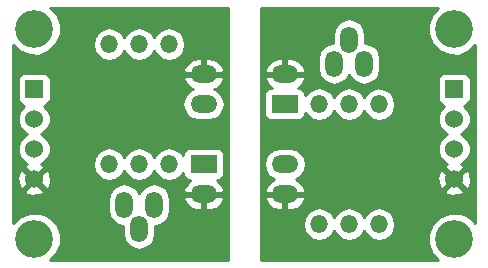
<source format=gbl>
G04 (created by PCBNEW (2013-07-07 BZR 4022)-stable) date 5/4/2015 11:47:39 PM*
%MOIN*%
G04 Gerber Fmt 3.4, Leading zero omitted, Abs format*
%FSLAX34Y34*%
G01*
G70*
G90*
G04 APERTURE LIST*
%ADD10C,0.00590551*%
%ADD11O,0.059X0.0885*%
%ADD12O,0.059X0.059*%
%ADD13R,0.06X0.06*%
%ADD14C,0.06*%
%ADD15C,0.125984*%
%ADD16R,0.0885X0.059*%
%ADD17O,0.0885X0.059*%
%ADD18C,0.01*%
G04 APERTURE END LIST*
G54D10*
G54D11*
X83500Y-27352D03*
X83000Y-28147D03*
X82500Y-27352D03*
X89500Y-22647D03*
X90000Y-21852D03*
X90500Y-22647D03*
G54D12*
X82000Y-22000D03*
X82000Y-26000D03*
X89000Y-28000D03*
X89000Y-24000D03*
X83000Y-22000D03*
X83000Y-26000D03*
X91000Y-28000D03*
X91000Y-24000D03*
X84000Y-22000D03*
X84000Y-26000D03*
X90000Y-28000D03*
X90000Y-24000D03*
G54D13*
X79500Y-23500D03*
G54D14*
X79500Y-24500D03*
X79500Y-25500D03*
X79500Y-26500D03*
G54D13*
X93500Y-23500D03*
G54D14*
X93500Y-24500D03*
X93500Y-25500D03*
X93500Y-26500D03*
G54D15*
X79500Y-21500D03*
X93500Y-21500D03*
X93500Y-28500D03*
X79500Y-28500D03*
G54D16*
X87852Y-24000D03*
G54D17*
X87852Y-23000D03*
X85147Y-23000D03*
X85147Y-24000D03*
G54D16*
X85147Y-26000D03*
G54D17*
X85147Y-27000D03*
X87852Y-27000D03*
X87852Y-26000D03*
G54D10*
G36*
X85950Y-29200D02*
X85853Y-29200D01*
X85853Y-24000D01*
X85812Y-23791D01*
X85693Y-23614D01*
X85517Y-23496D01*
X85512Y-23495D01*
X85549Y-23484D01*
X85715Y-23350D01*
X85817Y-23162D01*
X85823Y-23134D01*
X85823Y-22865D01*
X85817Y-22837D01*
X85715Y-22649D01*
X85549Y-22515D01*
X85345Y-22455D01*
X85197Y-22455D01*
X85197Y-22950D01*
X85774Y-22950D01*
X85823Y-22865D01*
X85823Y-23134D01*
X85774Y-23050D01*
X85197Y-23050D01*
X85197Y-23057D01*
X85097Y-23057D01*
X85097Y-23050D01*
X85097Y-22950D01*
X85097Y-22455D01*
X84950Y-22455D01*
X84745Y-22515D01*
X84579Y-22649D01*
X84545Y-22713D01*
X84545Y-22010D01*
X84545Y-21989D01*
X84503Y-21780D01*
X84385Y-21603D01*
X84208Y-21485D01*
X84000Y-21444D01*
X83791Y-21485D01*
X83614Y-21603D01*
X83500Y-21775D01*
X83385Y-21603D01*
X83208Y-21485D01*
X83000Y-21444D01*
X82791Y-21485D01*
X82614Y-21603D01*
X82500Y-21775D01*
X82385Y-21603D01*
X82208Y-21485D01*
X82000Y-21444D01*
X81791Y-21485D01*
X81614Y-21603D01*
X81496Y-21780D01*
X81455Y-21989D01*
X81455Y-22010D01*
X81496Y-22219D01*
X81614Y-22396D01*
X81791Y-22514D01*
X82000Y-22555D01*
X82208Y-22514D01*
X82385Y-22396D01*
X82500Y-22224D01*
X82614Y-22396D01*
X82791Y-22514D01*
X83000Y-22555D01*
X83208Y-22514D01*
X83385Y-22396D01*
X83500Y-22224D01*
X83614Y-22396D01*
X83791Y-22514D01*
X84000Y-22555D01*
X84208Y-22514D01*
X84385Y-22396D01*
X84503Y-22219D01*
X84545Y-22010D01*
X84545Y-22713D01*
X84477Y-22837D01*
X84471Y-22865D01*
X84520Y-22950D01*
X85097Y-22950D01*
X85097Y-23050D01*
X84520Y-23050D01*
X84471Y-23134D01*
X84477Y-23162D01*
X84579Y-23350D01*
X84745Y-23484D01*
X84782Y-23495D01*
X84777Y-23496D01*
X84601Y-23614D01*
X84482Y-23791D01*
X84441Y-24000D01*
X84482Y-24208D01*
X84601Y-24385D01*
X84777Y-24503D01*
X84986Y-24545D01*
X85308Y-24545D01*
X85517Y-24503D01*
X85693Y-24385D01*
X85812Y-24208D01*
X85853Y-24000D01*
X85853Y-29200D01*
X85840Y-29200D01*
X85840Y-26245D01*
X85840Y-25655D01*
X85802Y-25563D01*
X85731Y-25493D01*
X85639Y-25455D01*
X85540Y-25454D01*
X84655Y-25454D01*
X84563Y-25492D01*
X84493Y-25563D01*
X84455Y-25655D01*
X84454Y-25708D01*
X84385Y-25603D01*
X84208Y-25485D01*
X84000Y-25444D01*
X83791Y-25485D01*
X83614Y-25603D01*
X83500Y-25775D01*
X83385Y-25603D01*
X83208Y-25485D01*
X83000Y-25444D01*
X82791Y-25485D01*
X82614Y-25603D01*
X82500Y-25775D01*
X82385Y-25603D01*
X82208Y-25485D01*
X82000Y-25444D01*
X81791Y-25485D01*
X81614Y-25603D01*
X81496Y-25780D01*
X81455Y-25989D01*
X81455Y-26010D01*
X81496Y-26219D01*
X81614Y-26396D01*
X81791Y-26514D01*
X82000Y-26555D01*
X82208Y-26514D01*
X82385Y-26396D01*
X82500Y-26224D01*
X82614Y-26396D01*
X82791Y-26514D01*
X83000Y-26555D01*
X83208Y-26514D01*
X83385Y-26396D01*
X83500Y-26224D01*
X83614Y-26396D01*
X83791Y-26514D01*
X84000Y-26555D01*
X84208Y-26514D01*
X84385Y-26396D01*
X84454Y-26291D01*
X84454Y-26344D01*
X84492Y-26436D01*
X84563Y-26506D01*
X84655Y-26544D01*
X84708Y-26545D01*
X84579Y-26649D01*
X84477Y-26837D01*
X84471Y-26865D01*
X84520Y-26950D01*
X85097Y-26950D01*
X85097Y-26942D01*
X85197Y-26942D01*
X85197Y-26950D01*
X85774Y-26950D01*
X85823Y-26865D01*
X85817Y-26837D01*
X85715Y-26649D01*
X85586Y-26545D01*
X85639Y-26545D01*
X85731Y-26507D01*
X85801Y-26436D01*
X85839Y-26344D01*
X85840Y-26245D01*
X85840Y-29200D01*
X85823Y-29200D01*
X85823Y-27134D01*
X85774Y-27050D01*
X85197Y-27050D01*
X85197Y-27545D01*
X85345Y-27545D01*
X85549Y-27484D01*
X85715Y-27350D01*
X85817Y-27162D01*
X85823Y-27134D01*
X85823Y-29200D01*
X85097Y-29200D01*
X85097Y-27545D01*
X85097Y-27050D01*
X84520Y-27050D01*
X84471Y-27134D01*
X84477Y-27162D01*
X84579Y-27350D01*
X84745Y-27484D01*
X84950Y-27545D01*
X85097Y-27545D01*
X85097Y-29200D01*
X84045Y-29200D01*
X84045Y-27513D01*
X84045Y-27191D01*
X84003Y-26982D01*
X83885Y-26806D01*
X83708Y-26687D01*
X83500Y-26646D01*
X83291Y-26687D01*
X83114Y-26806D01*
X83000Y-26977D01*
X82885Y-26806D01*
X82708Y-26687D01*
X82500Y-26646D01*
X82291Y-26687D01*
X82114Y-26806D01*
X81996Y-26982D01*
X81955Y-27191D01*
X81955Y-27513D01*
X81996Y-27722D01*
X82114Y-27898D01*
X82291Y-28017D01*
X82455Y-28049D01*
X82455Y-28308D01*
X82496Y-28517D01*
X82614Y-28693D01*
X82791Y-28812D01*
X83000Y-28853D01*
X83208Y-28812D01*
X83385Y-28693D01*
X83503Y-28517D01*
X83545Y-28308D01*
X83545Y-28049D01*
X83708Y-28017D01*
X83885Y-27898D01*
X84003Y-27722D01*
X84045Y-27513D01*
X84045Y-29200D01*
X80044Y-29200D01*
X80245Y-28999D01*
X80379Y-28675D01*
X80380Y-28325D01*
X80246Y-28002D01*
X80054Y-27810D01*
X80054Y-26581D01*
X80050Y-26488D01*
X80050Y-25391D01*
X79966Y-25188D01*
X79811Y-25034D01*
X79730Y-25000D01*
X79811Y-24966D01*
X79965Y-24811D01*
X80049Y-24609D01*
X80050Y-24391D01*
X79966Y-24188D01*
X79827Y-24050D01*
X79849Y-24050D01*
X79941Y-24012D01*
X80011Y-23941D01*
X80049Y-23849D01*
X80050Y-23750D01*
X80050Y-23150D01*
X80012Y-23058D01*
X79941Y-22988D01*
X79849Y-22950D01*
X79750Y-22949D01*
X79150Y-22949D01*
X79058Y-22987D01*
X78988Y-23058D01*
X78950Y-23150D01*
X78949Y-23249D01*
X78949Y-23849D01*
X78987Y-23941D01*
X79058Y-24011D01*
X79150Y-24049D01*
X79172Y-24049D01*
X79034Y-24188D01*
X78950Y-24390D01*
X78949Y-24608D01*
X79033Y-24811D01*
X79188Y-24965D01*
X79269Y-24999D01*
X79188Y-25033D01*
X79034Y-25188D01*
X78950Y-25390D01*
X78949Y-25608D01*
X79033Y-25811D01*
X79188Y-25965D01*
X79263Y-25997D01*
X79212Y-26018D01*
X79184Y-26114D01*
X79500Y-26429D01*
X79815Y-26114D01*
X79787Y-26018D01*
X79732Y-25999D01*
X79811Y-25966D01*
X79965Y-25811D01*
X80049Y-25609D01*
X80050Y-25391D01*
X80050Y-26488D01*
X80043Y-26363D01*
X79981Y-26212D01*
X79885Y-26184D01*
X79570Y-26500D01*
X79885Y-26815D01*
X79981Y-26787D01*
X80054Y-26581D01*
X80054Y-27810D01*
X79999Y-27754D01*
X79815Y-27678D01*
X79815Y-26885D01*
X79500Y-26570D01*
X79429Y-26641D01*
X79429Y-26500D01*
X79114Y-26184D01*
X79018Y-26212D01*
X78945Y-26418D01*
X78956Y-26636D01*
X79018Y-26787D01*
X79114Y-26815D01*
X79429Y-26500D01*
X79429Y-26641D01*
X79184Y-26885D01*
X79212Y-26981D01*
X79418Y-27054D01*
X79636Y-27043D01*
X79787Y-26981D01*
X79815Y-26885D01*
X79815Y-27678D01*
X79675Y-27620D01*
X79325Y-27619D01*
X79002Y-27753D01*
X78800Y-27955D01*
X78800Y-22044D01*
X79000Y-22245D01*
X79324Y-22379D01*
X79674Y-22380D01*
X79997Y-22246D01*
X80245Y-21999D01*
X80379Y-21675D01*
X80380Y-21325D01*
X80246Y-21002D01*
X80044Y-20800D01*
X85950Y-20800D01*
X85950Y-29200D01*
X85950Y-29200D01*
G37*
G54D18*
X85950Y-29200D02*
X85853Y-29200D01*
X85853Y-24000D01*
X85812Y-23791D01*
X85693Y-23614D01*
X85517Y-23496D01*
X85512Y-23495D01*
X85549Y-23484D01*
X85715Y-23350D01*
X85817Y-23162D01*
X85823Y-23134D01*
X85823Y-22865D01*
X85817Y-22837D01*
X85715Y-22649D01*
X85549Y-22515D01*
X85345Y-22455D01*
X85197Y-22455D01*
X85197Y-22950D01*
X85774Y-22950D01*
X85823Y-22865D01*
X85823Y-23134D01*
X85774Y-23050D01*
X85197Y-23050D01*
X85197Y-23057D01*
X85097Y-23057D01*
X85097Y-23050D01*
X85097Y-22950D01*
X85097Y-22455D01*
X84950Y-22455D01*
X84745Y-22515D01*
X84579Y-22649D01*
X84545Y-22713D01*
X84545Y-22010D01*
X84545Y-21989D01*
X84503Y-21780D01*
X84385Y-21603D01*
X84208Y-21485D01*
X84000Y-21444D01*
X83791Y-21485D01*
X83614Y-21603D01*
X83500Y-21775D01*
X83385Y-21603D01*
X83208Y-21485D01*
X83000Y-21444D01*
X82791Y-21485D01*
X82614Y-21603D01*
X82500Y-21775D01*
X82385Y-21603D01*
X82208Y-21485D01*
X82000Y-21444D01*
X81791Y-21485D01*
X81614Y-21603D01*
X81496Y-21780D01*
X81455Y-21989D01*
X81455Y-22010D01*
X81496Y-22219D01*
X81614Y-22396D01*
X81791Y-22514D01*
X82000Y-22555D01*
X82208Y-22514D01*
X82385Y-22396D01*
X82500Y-22224D01*
X82614Y-22396D01*
X82791Y-22514D01*
X83000Y-22555D01*
X83208Y-22514D01*
X83385Y-22396D01*
X83500Y-22224D01*
X83614Y-22396D01*
X83791Y-22514D01*
X84000Y-22555D01*
X84208Y-22514D01*
X84385Y-22396D01*
X84503Y-22219D01*
X84545Y-22010D01*
X84545Y-22713D01*
X84477Y-22837D01*
X84471Y-22865D01*
X84520Y-22950D01*
X85097Y-22950D01*
X85097Y-23050D01*
X84520Y-23050D01*
X84471Y-23134D01*
X84477Y-23162D01*
X84579Y-23350D01*
X84745Y-23484D01*
X84782Y-23495D01*
X84777Y-23496D01*
X84601Y-23614D01*
X84482Y-23791D01*
X84441Y-24000D01*
X84482Y-24208D01*
X84601Y-24385D01*
X84777Y-24503D01*
X84986Y-24545D01*
X85308Y-24545D01*
X85517Y-24503D01*
X85693Y-24385D01*
X85812Y-24208D01*
X85853Y-24000D01*
X85853Y-29200D01*
X85840Y-29200D01*
X85840Y-26245D01*
X85840Y-25655D01*
X85802Y-25563D01*
X85731Y-25493D01*
X85639Y-25455D01*
X85540Y-25454D01*
X84655Y-25454D01*
X84563Y-25492D01*
X84493Y-25563D01*
X84455Y-25655D01*
X84454Y-25708D01*
X84385Y-25603D01*
X84208Y-25485D01*
X84000Y-25444D01*
X83791Y-25485D01*
X83614Y-25603D01*
X83500Y-25775D01*
X83385Y-25603D01*
X83208Y-25485D01*
X83000Y-25444D01*
X82791Y-25485D01*
X82614Y-25603D01*
X82500Y-25775D01*
X82385Y-25603D01*
X82208Y-25485D01*
X82000Y-25444D01*
X81791Y-25485D01*
X81614Y-25603D01*
X81496Y-25780D01*
X81455Y-25989D01*
X81455Y-26010D01*
X81496Y-26219D01*
X81614Y-26396D01*
X81791Y-26514D01*
X82000Y-26555D01*
X82208Y-26514D01*
X82385Y-26396D01*
X82500Y-26224D01*
X82614Y-26396D01*
X82791Y-26514D01*
X83000Y-26555D01*
X83208Y-26514D01*
X83385Y-26396D01*
X83500Y-26224D01*
X83614Y-26396D01*
X83791Y-26514D01*
X84000Y-26555D01*
X84208Y-26514D01*
X84385Y-26396D01*
X84454Y-26291D01*
X84454Y-26344D01*
X84492Y-26436D01*
X84563Y-26506D01*
X84655Y-26544D01*
X84708Y-26545D01*
X84579Y-26649D01*
X84477Y-26837D01*
X84471Y-26865D01*
X84520Y-26950D01*
X85097Y-26950D01*
X85097Y-26942D01*
X85197Y-26942D01*
X85197Y-26950D01*
X85774Y-26950D01*
X85823Y-26865D01*
X85817Y-26837D01*
X85715Y-26649D01*
X85586Y-26545D01*
X85639Y-26545D01*
X85731Y-26507D01*
X85801Y-26436D01*
X85839Y-26344D01*
X85840Y-26245D01*
X85840Y-29200D01*
X85823Y-29200D01*
X85823Y-27134D01*
X85774Y-27050D01*
X85197Y-27050D01*
X85197Y-27545D01*
X85345Y-27545D01*
X85549Y-27484D01*
X85715Y-27350D01*
X85817Y-27162D01*
X85823Y-27134D01*
X85823Y-29200D01*
X85097Y-29200D01*
X85097Y-27545D01*
X85097Y-27050D01*
X84520Y-27050D01*
X84471Y-27134D01*
X84477Y-27162D01*
X84579Y-27350D01*
X84745Y-27484D01*
X84950Y-27545D01*
X85097Y-27545D01*
X85097Y-29200D01*
X84045Y-29200D01*
X84045Y-27513D01*
X84045Y-27191D01*
X84003Y-26982D01*
X83885Y-26806D01*
X83708Y-26687D01*
X83500Y-26646D01*
X83291Y-26687D01*
X83114Y-26806D01*
X83000Y-26977D01*
X82885Y-26806D01*
X82708Y-26687D01*
X82500Y-26646D01*
X82291Y-26687D01*
X82114Y-26806D01*
X81996Y-26982D01*
X81955Y-27191D01*
X81955Y-27513D01*
X81996Y-27722D01*
X82114Y-27898D01*
X82291Y-28017D01*
X82455Y-28049D01*
X82455Y-28308D01*
X82496Y-28517D01*
X82614Y-28693D01*
X82791Y-28812D01*
X83000Y-28853D01*
X83208Y-28812D01*
X83385Y-28693D01*
X83503Y-28517D01*
X83545Y-28308D01*
X83545Y-28049D01*
X83708Y-28017D01*
X83885Y-27898D01*
X84003Y-27722D01*
X84045Y-27513D01*
X84045Y-29200D01*
X80044Y-29200D01*
X80245Y-28999D01*
X80379Y-28675D01*
X80380Y-28325D01*
X80246Y-28002D01*
X80054Y-27810D01*
X80054Y-26581D01*
X80050Y-26488D01*
X80050Y-25391D01*
X79966Y-25188D01*
X79811Y-25034D01*
X79730Y-25000D01*
X79811Y-24966D01*
X79965Y-24811D01*
X80049Y-24609D01*
X80050Y-24391D01*
X79966Y-24188D01*
X79827Y-24050D01*
X79849Y-24050D01*
X79941Y-24012D01*
X80011Y-23941D01*
X80049Y-23849D01*
X80050Y-23750D01*
X80050Y-23150D01*
X80012Y-23058D01*
X79941Y-22988D01*
X79849Y-22950D01*
X79750Y-22949D01*
X79150Y-22949D01*
X79058Y-22987D01*
X78988Y-23058D01*
X78950Y-23150D01*
X78949Y-23249D01*
X78949Y-23849D01*
X78987Y-23941D01*
X79058Y-24011D01*
X79150Y-24049D01*
X79172Y-24049D01*
X79034Y-24188D01*
X78950Y-24390D01*
X78949Y-24608D01*
X79033Y-24811D01*
X79188Y-24965D01*
X79269Y-24999D01*
X79188Y-25033D01*
X79034Y-25188D01*
X78950Y-25390D01*
X78949Y-25608D01*
X79033Y-25811D01*
X79188Y-25965D01*
X79263Y-25997D01*
X79212Y-26018D01*
X79184Y-26114D01*
X79500Y-26429D01*
X79815Y-26114D01*
X79787Y-26018D01*
X79732Y-25999D01*
X79811Y-25966D01*
X79965Y-25811D01*
X80049Y-25609D01*
X80050Y-25391D01*
X80050Y-26488D01*
X80043Y-26363D01*
X79981Y-26212D01*
X79885Y-26184D01*
X79570Y-26500D01*
X79885Y-26815D01*
X79981Y-26787D01*
X80054Y-26581D01*
X80054Y-27810D01*
X79999Y-27754D01*
X79815Y-27678D01*
X79815Y-26885D01*
X79500Y-26570D01*
X79429Y-26641D01*
X79429Y-26500D01*
X79114Y-26184D01*
X79018Y-26212D01*
X78945Y-26418D01*
X78956Y-26636D01*
X79018Y-26787D01*
X79114Y-26815D01*
X79429Y-26500D01*
X79429Y-26641D01*
X79184Y-26885D01*
X79212Y-26981D01*
X79418Y-27054D01*
X79636Y-27043D01*
X79787Y-26981D01*
X79815Y-26885D01*
X79815Y-27678D01*
X79675Y-27620D01*
X79325Y-27619D01*
X79002Y-27753D01*
X78800Y-27955D01*
X78800Y-22044D01*
X79000Y-22245D01*
X79324Y-22379D01*
X79674Y-22380D01*
X79997Y-22246D01*
X80245Y-21999D01*
X80379Y-21675D01*
X80380Y-21325D01*
X80246Y-21002D01*
X80044Y-20800D01*
X85950Y-20800D01*
X85950Y-29200D01*
G54D10*
G36*
X94200Y-27955D02*
X94054Y-27810D01*
X94054Y-26581D01*
X94050Y-26488D01*
X94050Y-25391D01*
X93966Y-25188D01*
X93811Y-25034D01*
X93730Y-25000D01*
X93811Y-24966D01*
X93965Y-24811D01*
X94049Y-24609D01*
X94050Y-24391D01*
X93966Y-24188D01*
X93827Y-24050D01*
X93849Y-24050D01*
X93941Y-24012D01*
X94011Y-23941D01*
X94049Y-23849D01*
X94050Y-23750D01*
X94050Y-23150D01*
X94012Y-23058D01*
X93941Y-22988D01*
X93849Y-22950D01*
X93750Y-22949D01*
X93150Y-22949D01*
X93058Y-22987D01*
X92988Y-23058D01*
X92950Y-23150D01*
X92949Y-23249D01*
X92949Y-23849D01*
X92987Y-23941D01*
X93058Y-24011D01*
X93150Y-24049D01*
X93172Y-24049D01*
X93034Y-24188D01*
X92950Y-24390D01*
X92949Y-24608D01*
X93033Y-24811D01*
X93188Y-24965D01*
X93269Y-24999D01*
X93188Y-25033D01*
X93034Y-25188D01*
X92950Y-25390D01*
X92949Y-25608D01*
X93033Y-25811D01*
X93188Y-25965D01*
X93263Y-25997D01*
X93212Y-26018D01*
X93184Y-26114D01*
X93500Y-26429D01*
X93815Y-26114D01*
X93787Y-26018D01*
X93732Y-25999D01*
X93811Y-25966D01*
X93965Y-25811D01*
X94049Y-25609D01*
X94050Y-25391D01*
X94050Y-26488D01*
X94043Y-26363D01*
X93981Y-26212D01*
X93885Y-26184D01*
X93570Y-26500D01*
X93885Y-26815D01*
X93981Y-26787D01*
X94054Y-26581D01*
X94054Y-27810D01*
X93999Y-27754D01*
X93815Y-27678D01*
X93815Y-26885D01*
X93500Y-26570D01*
X93429Y-26641D01*
X93429Y-26500D01*
X93114Y-26184D01*
X93018Y-26212D01*
X92945Y-26418D01*
X92956Y-26636D01*
X93018Y-26787D01*
X93114Y-26815D01*
X93429Y-26500D01*
X93429Y-26641D01*
X93184Y-26885D01*
X93212Y-26981D01*
X93418Y-27054D01*
X93636Y-27043D01*
X93787Y-26981D01*
X93815Y-26885D01*
X93815Y-27678D01*
X93675Y-27620D01*
X93325Y-27619D01*
X93002Y-27753D01*
X92754Y-28000D01*
X92620Y-28324D01*
X92619Y-28674D01*
X92753Y-28997D01*
X92955Y-29200D01*
X91545Y-29200D01*
X91545Y-28010D01*
X91545Y-27989D01*
X91545Y-24010D01*
X91545Y-23989D01*
X91503Y-23780D01*
X91385Y-23603D01*
X91208Y-23485D01*
X91045Y-23453D01*
X91045Y-22808D01*
X91045Y-22486D01*
X91003Y-22277D01*
X90885Y-22101D01*
X90708Y-21982D01*
X90545Y-21950D01*
X90545Y-21691D01*
X90503Y-21482D01*
X90385Y-21306D01*
X90208Y-21187D01*
X90000Y-21146D01*
X89791Y-21187D01*
X89614Y-21306D01*
X89496Y-21482D01*
X89455Y-21691D01*
X89455Y-21950D01*
X89291Y-21982D01*
X89114Y-22101D01*
X88996Y-22277D01*
X88955Y-22486D01*
X88955Y-22808D01*
X88996Y-23017D01*
X89114Y-23193D01*
X89291Y-23312D01*
X89500Y-23353D01*
X89708Y-23312D01*
X89885Y-23193D01*
X90000Y-23022D01*
X90114Y-23193D01*
X90291Y-23312D01*
X90500Y-23353D01*
X90708Y-23312D01*
X90885Y-23193D01*
X91003Y-23017D01*
X91045Y-22808D01*
X91045Y-23453D01*
X91000Y-23444D01*
X90791Y-23485D01*
X90614Y-23603D01*
X90500Y-23775D01*
X90385Y-23603D01*
X90208Y-23485D01*
X90000Y-23444D01*
X89791Y-23485D01*
X89614Y-23603D01*
X89500Y-23775D01*
X89385Y-23603D01*
X89208Y-23485D01*
X89000Y-23444D01*
X88791Y-23485D01*
X88614Y-23603D01*
X88545Y-23708D01*
X88545Y-23655D01*
X88507Y-23563D01*
X88436Y-23493D01*
X88344Y-23455D01*
X88291Y-23454D01*
X88420Y-23350D01*
X88522Y-23162D01*
X88528Y-23134D01*
X88528Y-22865D01*
X88522Y-22837D01*
X88420Y-22649D01*
X88254Y-22515D01*
X88050Y-22455D01*
X87902Y-22455D01*
X87902Y-22950D01*
X88479Y-22950D01*
X88528Y-22865D01*
X88528Y-23134D01*
X88479Y-23050D01*
X87902Y-23050D01*
X87902Y-23057D01*
X87802Y-23057D01*
X87802Y-23050D01*
X87802Y-22950D01*
X87802Y-22455D01*
X87655Y-22455D01*
X87450Y-22515D01*
X87284Y-22649D01*
X87182Y-22837D01*
X87176Y-22865D01*
X87225Y-22950D01*
X87802Y-22950D01*
X87802Y-23050D01*
X87225Y-23050D01*
X87176Y-23134D01*
X87182Y-23162D01*
X87284Y-23350D01*
X87413Y-23454D01*
X87360Y-23454D01*
X87268Y-23492D01*
X87198Y-23563D01*
X87160Y-23655D01*
X87159Y-23754D01*
X87159Y-24344D01*
X87197Y-24436D01*
X87268Y-24506D01*
X87360Y-24544D01*
X87459Y-24545D01*
X88344Y-24545D01*
X88436Y-24507D01*
X88506Y-24436D01*
X88544Y-24344D01*
X88545Y-24291D01*
X88614Y-24396D01*
X88791Y-24514D01*
X89000Y-24555D01*
X89208Y-24514D01*
X89385Y-24396D01*
X89500Y-24224D01*
X89614Y-24396D01*
X89791Y-24514D01*
X90000Y-24555D01*
X90208Y-24514D01*
X90385Y-24396D01*
X90500Y-24224D01*
X90614Y-24396D01*
X90791Y-24514D01*
X91000Y-24555D01*
X91208Y-24514D01*
X91385Y-24396D01*
X91503Y-24219D01*
X91545Y-24010D01*
X91545Y-27989D01*
X91503Y-27780D01*
X91385Y-27603D01*
X91208Y-27485D01*
X91000Y-27444D01*
X90791Y-27485D01*
X90614Y-27603D01*
X90500Y-27775D01*
X90385Y-27603D01*
X90208Y-27485D01*
X90000Y-27444D01*
X89791Y-27485D01*
X89614Y-27603D01*
X89500Y-27775D01*
X89385Y-27603D01*
X89208Y-27485D01*
X89000Y-27444D01*
X88791Y-27485D01*
X88614Y-27603D01*
X88558Y-27687D01*
X88558Y-26000D01*
X88517Y-25791D01*
X88398Y-25614D01*
X88222Y-25496D01*
X88013Y-25455D01*
X87691Y-25455D01*
X87482Y-25496D01*
X87306Y-25614D01*
X87187Y-25791D01*
X87146Y-26000D01*
X87187Y-26208D01*
X87306Y-26385D01*
X87482Y-26503D01*
X87487Y-26504D01*
X87450Y-26515D01*
X87284Y-26649D01*
X87182Y-26837D01*
X87176Y-26865D01*
X87225Y-26950D01*
X87802Y-26950D01*
X87802Y-26942D01*
X87902Y-26942D01*
X87902Y-26950D01*
X88479Y-26950D01*
X88528Y-26865D01*
X88522Y-26837D01*
X88420Y-26649D01*
X88254Y-26515D01*
X88217Y-26504D01*
X88222Y-26503D01*
X88398Y-26385D01*
X88517Y-26208D01*
X88558Y-26000D01*
X88558Y-27687D01*
X88528Y-27733D01*
X88528Y-27134D01*
X88479Y-27050D01*
X87902Y-27050D01*
X87902Y-27545D01*
X88050Y-27545D01*
X88254Y-27484D01*
X88420Y-27350D01*
X88522Y-27162D01*
X88528Y-27134D01*
X88528Y-27733D01*
X88496Y-27780D01*
X88455Y-27989D01*
X88455Y-28010D01*
X88496Y-28219D01*
X88614Y-28396D01*
X88791Y-28514D01*
X89000Y-28555D01*
X89208Y-28514D01*
X89385Y-28396D01*
X89500Y-28224D01*
X89614Y-28396D01*
X89791Y-28514D01*
X90000Y-28555D01*
X90208Y-28514D01*
X90385Y-28396D01*
X90500Y-28224D01*
X90614Y-28396D01*
X90791Y-28514D01*
X91000Y-28555D01*
X91208Y-28514D01*
X91385Y-28396D01*
X91503Y-28219D01*
X91545Y-28010D01*
X91545Y-29200D01*
X87802Y-29200D01*
X87802Y-27545D01*
X87802Y-27050D01*
X87225Y-27050D01*
X87176Y-27134D01*
X87182Y-27162D01*
X87284Y-27350D01*
X87450Y-27484D01*
X87655Y-27545D01*
X87802Y-27545D01*
X87802Y-29200D01*
X87050Y-29200D01*
X87050Y-20800D01*
X92955Y-20800D01*
X92754Y-21000D01*
X92620Y-21324D01*
X92619Y-21674D01*
X92753Y-21997D01*
X93000Y-22245D01*
X93324Y-22379D01*
X93674Y-22380D01*
X93997Y-22246D01*
X94200Y-22044D01*
X94200Y-27955D01*
X94200Y-27955D01*
G37*
G54D18*
X94200Y-27955D02*
X94054Y-27810D01*
X94054Y-26581D01*
X94050Y-26488D01*
X94050Y-25391D01*
X93966Y-25188D01*
X93811Y-25034D01*
X93730Y-25000D01*
X93811Y-24966D01*
X93965Y-24811D01*
X94049Y-24609D01*
X94050Y-24391D01*
X93966Y-24188D01*
X93827Y-24050D01*
X93849Y-24050D01*
X93941Y-24012D01*
X94011Y-23941D01*
X94049Y-23849D01*
X94050Y-23750D01*
X94050Y-23150D01*
X94012Y-23058D01*
X93941Y-22988D01*
X93849Y-22950D01*
X93750Y-22949D01*
X93150Y-22949D01*
X93058Y-22987D01*
X92988Y-23058D01*
X92950Y-23150D01*
X92949Y-23249D01*
X92949Y-23849D01*
X92987Y-23941D01*
X93058Y-24011D01*
X93150Y-24049D01*
X93172Y-24049D01*
X93034Y-24188D01*
X92950Y-24390D01*
X92949Y-24608D01*
X93033Y-24811D01*
X93188Y-24965D01*
X93269Y-24999D01*
X93188Y-25033D01*
X93034Y-25188D01*
X92950Y-25390D01*
X92949Y-25608D01*
X93033Y-25811D01*
X93188Y-25965D01*
X93263Y-25997D01*
X93212Y-26018D01*
X93184Y-26114D01*
X93500Y-26429D01*
X93815Y-26114D01*
X93787Y-26018D01*
X93732Y-25999D01*
X93811Y-25966D01*
X93965Y-25811D01*
X94049Y-25609D01*
X94050Y-25391D01*
X94050Y-26488D01*
X94043Y-26363D01*
X93981Y-26212D01*
X93885Y-26184D01*
X93570Y-26500D01*
X93885Y-26815D01*
X93981Y-26787D01*
X94054Y-26581D01*
X94054Y-27810D01*
X93999Y-27754D01*
X93815Y-27678D01*
X93815Y-26885D01*
X93500Y-26570D01*
X93429Y-26641D01*
X93429Y-26500D01*
X93114Y-26184D01*
X93018Y-26212D01*
X92945Y-26418D01*
X92956Y-26636D01*
X93018Y-26787D01*
X93114Y-26815D01*
X93429Y-26500D01*
X93429Y-26641D01*
X93184Y-26885D01*
X93212Y-26981D01*
X93418Y-27054D01*
X93636Y-27043D01*
X93787Y-26981D01*
X93815Y-26885D01*
X93815Y-27678D01*
X93675Y-27620D01*
X93325Y-27619D01*
X93002Y-27753D01*
X92754Y-28000D01*
X92620Y-28324D01*
X92619Y-28674D01*
X92753Y-28997D01*
X92955Y-29200D01*
X91545Y-29200D01*
X91545Y-28010D01*
X91545Y-27989D01*
X91545Y-24010D01*
X91545Y-23989D01*
X91503Y-23780D01*
X91385Y-23603D01*
X91208Y-23485D01*
X91045Y-23453D01*
X91045Y-22808D01*
X91045Y-22486D01*
X91003Y-22277D01*
X90885Y-22101D01*
X90708Y-21982D01*
X90545Y-21950D01*
X90545Y-21691D01*
X90503Y-21482D01*
X90385Y-21306D01*
X90208Y-21187D01*
X90000Y-21146D01*
X89791Y-21187D01*
X89614Y-21306D01*
X89496Y-21482D01*
X89455Y-21691D01*
X89455Y-21950D01*
X89291Y-21982D01*
X89114Y-22101D01*
X88996Y-22277D01*
X88955Y-22486D01*
X88955Y-22808D01*
X88996Y-23017D01*
X89114Y-23193D01*
X89291Y-23312D01*
X89500Y-23353D01*
X89708Y-23312D01*
X89885Y-23193D01*
X90000Y-23022D01*
X90114Y-23193D01*
X90291Y-23312D01*
X90500Y-23353D01*
X90708Y-23312D01*
X90885Y-23193D01*
X91003Y-23017D01*
X91045Y-22808D01*
X91045Y-23453D01*
X91000Y-23444D01*
X90791Y-23485D01*
X90614Y-23603D01*
X90500Y-23775D01*
X90385Y-23603D01*
X90208Y-23485D01*
X90000Y-23444D01*
X89791Y-23485D01*
X89614Y-23603D01*
X89500Y-23775D01*
X89385Y-23603D01*
X89208Y-23485D01*
X89000Y-23444D01*
X88791Y-23485D01*
X88614Y-23603D01*
X88545Y-23708D01*
X88545Y-23655D01*
X88507Y-23563D01*
X88436Y-23493D01*
X88344Y-23455D01*
X88291Y-23454D01*
X88420Y-23350D01*
X88522Y-23162D01*
X88528Y-23134D01*
X88528Y-22865D01*
X88522Y-22837D01*
X88420Y-22649D01*
X88254Y-22515D01*
X88050Y-22455D01*
X87902Y-22455D01*
X87902Y-22950D01*
X88479Y-22950D01*
X88528Y-22865D01*
X88528Y-23134D01*
X88479Y-23050D01*
X87902Y-23050D01*
X87902Y-23057D01*
X87802Y-23057D01*
X87802Y-23050D01*
X87802Y-22950D01*
X87802Y-22455D01*
X87655Y-22455D01*
X87450Y-22515D01*
X87284Y-22649D01*
X87182Y-22837D01*
X87176Y-22865D01*
X87225Y-22950D01*
X87802Y-22950D01*
X87802Y-23050D01*
X87225Y-23050D01*
X87176Y-23134D01*
X87182Y-23162D01*
X87284Y-23350D01*
X87413Y-23454D01*
X87360Y-23454D01*
X87268Y-23492D01*
X87198Y-23563D01*
X87160Y-23655D01*
X87159Y-23754D01*
X87159Y-24344D01*
X87197Y-24436D01*
X87268Y-24506D01*
X87360Y-24544D01*
X87459Y-24545D01*
X88344Y-24545D01*
X88436Y-24507D01*
X88506Y-24436D01*
X88544Y-24344D01*
X88545Y-24291D01*
X88614Y-24396D01*
X88791Y-24514D01*
X89000Y-24555D01*
X89208Y-24514D01*
X89385Y-24396D01*
X89500Y-24224D01*
X89614Y-24396D01*
X89791Y-24514D01*
X90000Y-24555D01*
X90208Y-24514D01*
X90385Y-24396D01*
X90500Y-24224D01*
X90614Y-24396D01*
X90791Y-24514D01*
X91000Y-24555D01*
X91208Y-24514D01*
X91385Y-24396D01*
X91503Y-24219D01*
X91545Y-24010D01*
X91545Y-27989D01*
X91503Y-27780D01*
X91385Y-27603D01*
X91208Y-27485D01*
X91000Y-27444D01*
X90791Y-27485D01*
X90614Y-27603D01*
X90500Y-27775D01*
X90385Y-27603D01*
X90208Y-27485D01*
X90000Y-27444D01*
X89791Y-27485D01*
X89614Y-27603D01*
X89500Y-27775D01*
X89385Y-27603D01*
X89208Y-27485D01*
X89000Y-27444D01*
X88791Y-27485D01*
X88614Y-27603D01*
X88558Y-27687D01*
X88558Y-26000D01*
X88517Y-25791D01*
X88398Y-25614D01*
X88222Y-25496D01*
X88013Y-25455D01*
X87691Y-25455D01*
X87482Y-25496D01*
X87306Y-25614D01*
X87187Y-25791D01*
X87146Y-26000D01*
X87187Y-26208D01*
X87306Y-26385D01*
X87482Y-26503D01*
X87487Y-26504D01*
X87450Y-26515D01*
X87284Y-26649D01*
X87182Y-26837D01*
X87176Y-26865D01*
X87225Y-26950D01*
X87802Y-26950D01*
X87802Y-26942D01*
X87902Y-26942D01*
X87902Y-26950D01*
X88479Y-26950D01*
X88528Y-26865D01*
X88522Y-26837D01*
X88420Y-26649D01*
X88254Y-26515D01*
X88217Y-26504D01*
X88222Y-26503D01*
X88398Y-26385D01*
X88517Y-26208D01*
X88558Y-26000D01*
X88558Y-27687D01*
X88528Y-27733D01*
X88528Y-27134D01*
X88479Y-27050D01*
X87902Y-27050D01*
X87902Y-27545D01*
X88050Y-27545D01*
X88254Y-27484D01*
X88420Y-27350D01*
X88522Y-27162D01*
X88528Y-27134D01*
X88528Y-27733D01*
X88496Y-27780D01*
X88455Y-27989D01*
X88455Y-28010D01*
X88496Y-28219D01*
X88614Y-28396D01*
X88791Y-28514D01*
X89000Y-28555D01*
X89208Y-28514D01*
X89385Y-28396D01*
X89500Y-28224D01*
X89614Y-28396D01*
X89791Y-28514D01*
X90000Y-28555D01*
X90208Y-28514D01*
X90385Y-28396D01*
X90500Y-28224D01*
X90614Y-28396D01*
X90791Y-28514D01*
X91000Y-28555D01*
X91208Y-28514D01*
X91385Y-28396D01*
X91503Y-28219D01*
X91545Y-28010D01*
X91545Y-29200D01*
X87802Y-29200D01*
X87802Y-27545D01*
X87802Y-27050D01*
X87225Y-27050D01*
X87176Y-27134D01*
X87182Y-27162D01*
X87284Y-27350D01*
X87450Y-27484D01*
X87655Y-27545D01*
X87802Y-27545D01*
X87802Y-29200D01*
X87050Y-29200D01*
X87050Y-20800D01*
X92955Y-20800D01*
X92754Y-21000D01*
X92620Y-21324D01*
X92619Y-21674D01*
X92753Y-21997D01*
X93000Y-22245D01*
X93324Y-22379D01*
X93674Y-22380D01*
X93997Y-22246D01*
X94200Y-22044D01*
X94200Y-27955D01*
M02*

</source>
